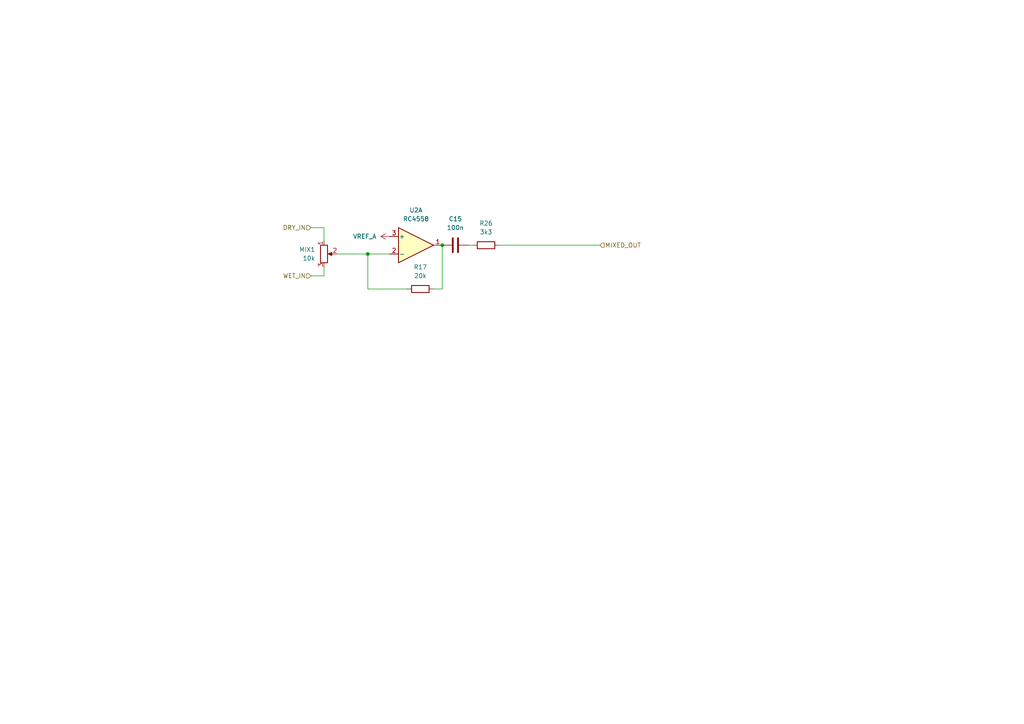
<source format=kicad_sch>
(kicad_sch (version 20231120) (generator "eeschema") (generator_version "8.0")
  (paper "A4")
  (lib_symbols
    (symbol "Amplifier_Operational:RC4558" (pin_names (offset 0.127))
      (property "Reference" "U" (at 0 5.08 0))
      (property "Value" "RC4558" (at 0 -5.08 0))
      (symbol "RC4558_1_1"
        (polyline (pts (xy -5.08 5.08) (xy 5.08 0) (xy -5.08 -5.08) (xy -5.08 5.08)) (stroke (width 0.254)) (fill (type background)))
        (pin output line (at 7.62 0 180) (length 2.54) (name "~") (number "1"))
        (pin input line (at -7.62 -2.54 0) (length 2.54) (name "-") (number "2"))
        (pin input line (at -7.62 2.54 0) (length 2.54) (name "+") (number "3"))
      )
      (symbol "RC4558_2_1"
        (polyline (pts (xy -5.08 5.08) (xy 5.08 0) (xy -5.08 -5.08) (xy -5.08 5.08)) (stroke (width 0.254)) (fill (type background)))
        (pin input line (at -7.62 2.54 0) (length 2.54) (name "+") (number "5"))
        (pin input line (at -7.62 -2.54 0) (length 2.54) (name "-") (number "6"))
        (pin output line (at 7.62 0 180) (length 2.54) (name "~") (number "7"))
      )
      (symbol "RC4558_3_1"
        (pin power_in line (at -2.54 -7.62 90) (length 3.81) (name "V-") (number "4"))
        (pin power_in line (at -2.54 7.62 270) (length 3.81) (name "V+") (number "8"))
      )
    )
    (symbol "Device:C" (pin_numbers hide) (pin_names (offset 0.254))
      (property "Reference" "C" (at 0.635 2.54 0))
      (property "Value" "C" (at 0.635 -2.54 0))
      (symbol "C_0_1"
        (polyline (pts (xy -2.032 -0.762) (xy 2.032 -0.762)) (stroke (width 0.508)))
        (polyline (pts (xy -2.032 0.762) (xy 2.032 0.762)) (stroke (width 0.508)))
      )
      (symbol "C_1_1"
        (pin passive line (at 0 3.81 270) (length 2.794) (name "~") (number "1"))
        (pin passive line (at 0 -3.81 90) (length 2.794) (name "~") (number "2"))
      )
    )
    (symbol "Device:R" (pin_numbers hide) (pin_names (offset 0))
      (property "Reference" "R" (at 2.032 0 90))
      (property "Value" "R" (at 0 0 90))
      (symbol "R_0_1"
        (rectangle (start -1.016 -2.54) (end 1.016 2.54) (stroke (width 0.254)))
      )
      (symbol "R_1_1"
        (pin passive line (at 0 3.81 270) (length 1.27) (name "~") (number "1"))
        (pin passive line (at 0 -3.81 90) (length 1.27) (name "~") (number "2"))
      )
    )
    (symbol "Device:R_Potentiometer" (pin_names (offset 1.016) hide)
      (property "Reference" "RV" (at -4.445 0 90))
      (property "Value" "R_Potentiometer" (at -2.54 0 90))
      (symbol "R_Potentiometer_0_1"
        (polyline (pts (xy 2.54 0) (xy 1.524 0)))
        (polyline (pts (xy 1.143 0) (xy 2.286 0.508) (xy 2.286 -0.508) (xy 1.143 0)) (fill (type outline)))
        (rectangle (start 1.016 2.54) (end -1.016 -2.54) (stroke (width 0.254)))
      )
      (symbol "R_Potentiometer_1_1"
        (pin passive line (at 0 3.81 270) (length 1.27) (name "1") (number "1"))
        (pin passive line (at 3.81 0 180) (length 1.27) (name "2") (number "2"))
        (pin passive line (at 0 -3.81 90) (length 1.27) (name "3") (number "3"))
      )
    )
    (symbol "power:VAA" (power) (pin_numbers hide) (pin_names (offset 0) hide)
      (property "Value" "VAA" (at 0 3.556 0))
      (symbol "VAA_0_1"
        (polyline (pts (xy -0.762 1.27) (xy 0 2.54)))
        (polyline (pts (xy 0 0) (xy 0 2.54)))
        (polyline (pts (xy 0 2.54) (xy 0.762 1.27)))
      )
      (symbol "VAA_1_1"
        (pin power_in line (at 0 0 90) (length 0) (name "~") (number "1"))
      )
    )
  )
  (junction (at 106.68 73.66))
  (junction (at 128.27 71.12))
  (wire (pts (xy 106.68 83.82) (xy 106.68 73.66)))
  (wire (pts (xy 144.78 71.12) (xy 173.99 71.12)))
  (wire (pts (xy 106.68 73.66) (xy 97.79 73.66)))
  (wire (pts (xy 128.27 83.82) (xy 128.27 71.12)))
  (wire (pts (xy 118.11 83.82) (xy 106.68 83.82)))
  (wire (pts (xy 90.17 66.04) (xy 93.98 66.04)))
  (wire (pts (xy 125.73 83.82) (xy 128.27 83.82)))
  (wire (pts (xy 90.17 80.01) (xy 93.98 80.01)))
  (wire (pts (xy 135.89 71.12) (xy 137.16 71.12)))
  (wire (pts (xy 113.03 73.66) (xy 106.68 73.66)))
  (wire (pts (xy 93.98 66.04) (xy 93.98 69.85)))
  (wire (pts (xy 93.98 80.01) (xy 93.98 77.47)))
  (hierarchical_label "MIXED_OUT" (shape input) (at 173.99 71.12 0))
  (hierarchical_label "DRY_IN" (shape input) (at 90.17 66.04 180))
  (hierarchical_label "WET_IN" (shape input) (at 90.17 80.01 180))
  (symbol (lib_id "Device:R_Potentiometer") (at 93.98 73.66 0) (unit 1)
    (property "Reference" "MIX1" (at 91.44 72.3899 0) (effects (justify right)))
    (property "Value" "10k" (at 91.44 74.9299 0) (effects (justify right)))
    (property "Footprint" "Potentiometer_THT:Potentiometer_Alpha_RD902F-40-00D_Dual_Vertical" (effects (hide yes)))
    (property "Description" "Potentiometer" (effects (hide yes)))
  )
  (symbol (lib_id "Device:R") (at 140.97 71.12 90) (unit 1)
    (property "Reference" "R26" (at 140.97 64.77 90))
    (property "Value" "3k3" (at 140.97 67.31 90))
    (property "Footprint" "Resistor_SMD:R_0805_2012Metric" (effects (hide yes)))
    (property "Description" "Resistor" (effects (hide yes)))
  )
  (symbol (lib_id "Device:R") (at 121.92 83.82 90) (unit 1)
    (property "Reference" "R17" (at 121.92 77.47 90))
    (property "Value" "20k" (at 121.92 80.01 90))
    (property "Footprint" "Resistor_SMD:R_0805_2012Metric" (effects (hide yes)))
    (property "Description" "Resistor" (effects (hide yes)))
  )
  (symbol (lib_id "power:VAA") (at 113.03 68.58 90) (unit 1)
    (property "Reference" "#PWR014" (effects (hide yes)))
    (property "Value" "VREF_A" (at 109.22 68.5799 90) (effects (justify left)))
    (property "Description" "Power symbol creates a global label with name \"VAA\"" (effects (hide yes)))
  )
  (symbol (lib_id "Device:C") (at 132.08 71.12 90) (unit 1)
    (property "Reference" "C15" (at 132.08 63.5 90))
    (property "Value" "100n" (at 132.08 66.04 90))
    (property "Footprint" "Capacitor_SMD:C_0805_2012Metric" (effects (hide yes)))
    (property "Description" "Unpolarized capacitor" (effects (hide yes)))
  )
  (symbol (lib_id "Amplifier_Operational:RC4558") (at 120.65 71.12 0) (unit 1)
    (property "Reference" "U2" (at 120.65 60.96 0))
    (property "Value" "RC4558" (at 120.65 63.5 0))
    (property "Footprint" "Package_SO:SOIC-8W_5.3x5.3mm_P1.27mm" (effects (hide yes)))
    (property "Datasheet" "http://www.ti.com/lit/ds/symlink/rc4558.pdf" (effects (hide yes)))
    (property "Description" "Dual General Purpose, Operational Amplifier, DIP-8/SOIC-8/SSOP-8" (effects (hide yes)))
  )
)
</source>
